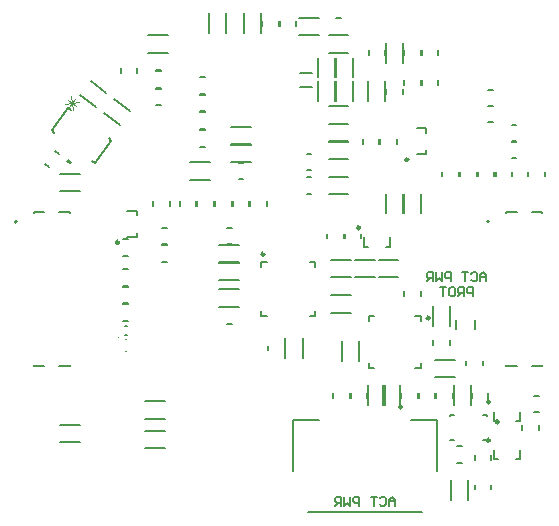
<source format=gbo>
G04*
G04 #@! TF.GenerationSoftware,Altium Limited,Altium Designer,24.4.1 (13)*
G04*
G04 Layer_Color=32896*
%FSLAX44Y44*%
%MOMM*%
G71*
G04*
G04 #@! TF.SameCoordinates,55532D4A-085B-46E5-86D8-018E79720E20*
G04*
G04*
G04 #@! TF.FilePolarity,Positive*
G04*
G01*
G75*
%ADD10C,0.1000*%
%ADD11C,0.2500*%
%ADD12C,0.2000*%
%ADD14C,0.1500*%
%ADD117C,0.1524*%
%ADD118C,0.0762*%
G36*
X-186285Y109880D02*
X-187813Y107851D01*
X-184771Y105558D01*
X-183242Y107587D01*
X-186285Y109880D01*
D02*
G37*
D10*
X-144000Y-41000D02*
G03*
X-144000Y-41000I-500J0D01*
G01*
D11*
X-20250Y29500D02*
G03*
X-20250Y29500I-1250J0D01*
G01*
X119750Y-24500D02*
G03*
X119750Y-24500I-1250J0D01*
G01*
X-143250Y39500D02*
G03*
X-143250Y39500I-1250J0D01*
G01*
X96250Y-99750D02*
G03*
X96250Y-99750I-1250J0D01*
G01*
X101750Y109500D02*
G03*
X101750Y109500I-1250J0D01*
G01*
X170750Y-128000D02*
G03*
X170750Y-128000I-1250J0D01*
G01*
X60750Y52000D02*
G03*
X60750Y52000I-1250J0D01*
G01*
X170750Y-95500D02*
G03*
X170750Y-95500I-1250J0D01*
G01*
X178250Y-112500D02*
G03*
X178250Y-112500I-1250J0D01*
G01*
D12*
X170250Y57150D02*
G03*
X170250Y57150I-1000J0D01*
G01*
X-229750D02*
G03*
X-229750Y57150I-1000J0D01*
G01*
X-8000Y223000D02*
Y227000D01*
X-22000Y223000D02*
Y227000D01*
X7000Y223000D02*
Y227000D01*
X-7000Y223000D02*
Y227000D01*
X-137750Y-52500D02*
X-137250D01*
X-137750Y-42500D02*
X-137250D01*
X23000Y18250D02*
Y23000D01*
X18250D02*
X23000D01*
Y-23000D02*
Y-18250D01*
X18250Y-23000D02*
X23000D01*
X-23000D02*
X-18250D01*
X-23000D02*
Y-18250D01*
Y18250D02*
Y23000D01*
X-18250D01*
X107750Y-67000D02*
X112000D01*
Y-62750D01*
X68000Y-67000D02*
X72250D01*
X68000D02*
Y-62750D01*
Y-27250D02*
Y-23000D01*
X72250D01*
X107750D02*
X112000D01*
Y-27250D02*
Y-23000D01*
X-128000Y183000D02*
Y187000D01*
X-142000Y183000D02*
Y187000D01*
X68000Y198000D02*
Y202000D01*
X82000Y198000D02*
Y202000D01*
X83000Y165500D02*
Y169500D01*
X97000Y165500D02*
Y169500D01*
X-74500Y165500D02*
X-70500D01*
X-74500Y179500D02*
X-70500D01*
X-74500Y150500D02*
X-70500D01*
X-74500Y164500D02*
X-70500D01*
X-112000Y184500D02*
X-108000D01*
X-112000Y170500D02*
X-108000D01*
X127000Y198000D02*
Y202000D01*
X113000Y198000D02*
Y202000D01*
Y173000D02*
Y177000D01*
X127000Y173000D02*
Y177000D01*
X159500Y95500D02*
Y99500D01*
X145500Y95500D02*
Y99500D01*
X130500Y95500D02*
Y99500D01*
X144500Y95500D02*
Y99500D01*
X112000Y-6000D02*
Y-2000D01*
X98000Y-6000D02*
Y-2000D01*
X-139500Y28000D02*
X-135500D01*
X-139500Y42000D02*
X-135500D01*
X-138240Y-31000D02*
X-136760D01*
X-138240Y-38998D02*
X-136760D01*
X-139500Y2000D02*
X-135500D01*
X-139500Y-12000D02*
X-135500D01*
X-139500Y3000D02*
X-135500D01*
X-139500Y17000D02*
X-135500D01*
X-128250Y62500D02*
Y66000D01*
X-136250D02*
X-128250D01*
Y44000D02*
Y47500D01*
X-136250Y44000D02*
X-128250D01*
X158255Y-33870D02*
Y-26130D01*
X141745Y-33870D02*
Y-26130D01*
X12362Y-58362D02*
Y-41638D01*
X-2362Y-58362D02*
Y-41638D01*
X-193148Y-114923D02*
X-176423D01*
X-193148Y-129648D02*
X-176423D01*
X4250Y-154250D02*
Y-111000D01*
X104250D02*
X125750D01*
X4250D02*
X25750D01*
X125750Y-154250D02*
Y-111000D01*
X16550Y-189000D02*
X113450D01*
X78000Y123000D02*
Y127000D01*
X92000Y123000D02*
Y127000D01*
X77000Y123000D02*
Y127000D01*
X63000Y123000D02*
Y127000D01*
X108750Y114000D02*
X116750D01*
Y117500D01*
X108750Y136000D02*
X116750D01*
Y132500D02*
Y136000D01*
X40500Y215500D02*
X44500D01*
X40500Y229500D02*
X44500D01*
X-3000Y-52000D02*
Y-48000D01*
X-17000Y-52000D02*
Y-48000D01*
X-63000Y70500D02*
Y74500D01*
X-77000Y70500D02*
Y74500D01*
X-78000Y70500D02*
Y74500D01*
X-92000Y70500D02*
Y74500D01*
X-100500Y70500D02*
Y74500D01*
X-114500Y70500D02*
Y74500D01*
X82638Y64138D02*
Y80862D01*
X97362Y64138D02*
Y80862D01*
X97638Y64138D02*
Y80862D01*
X112362Y64138D02*
Y80862D01*
X-139500Y-13000D02*
X-135500D01*
X-139500Y-27000D02*
X-135500D01*
X-120862Y-134862D02*
X-104138D01*
X-120862Y-120138D02*
X-104138D01*
X-120862Y-109862D02*
X-104138D01*
X-120862Y-95138D02*
X-104138D01*
X-74500Y120500D02*
X-70500D01*
X-74500Y134500D02*
X-70500D01*
X-74500Y135500D02*
X-70500D01*
X-74500Y149500D02*
X-70500D01*
X-47000Y70500D02*
Y74500D01*
X-33000Y70500D02*
Y74500D01*
X-62000Y70500D02*
Y74500D01*
X-48000Y70500D02*
Y74500D01*
X-42000Y107000D02*
X-38000D01*
X-42000Y93000D02*
X-38000D01*
X-32000Y70500D02*
Y74500D01*
X-18000Y70500D02*
Y74500D01*
X15500Y80500D02*
X19500D01*
X15500Y94500D02*
X19500D01*
X15500Y100500D02*
X19500D01*
X15500Y114500D02*
X19500D01*
X123000Y-47000D02*
Y-43000D01*
X137000Y-47000D02*
Y-43000D01*
X137362Y-30862D02*
Y-14138D01*
X122638Y-30862D02*
Y-14138D01*
X95500Y-92000D02*
Y-88000D01*
X109500Y-92000D02*
Y-88000D01*
X174500Y95500D02*
Y99500D01*
X160500Y95500D02*
Y99500D01*
X164500Y-64500D02*
Y-60500D01*
X150500Y-64500D02*
Y-60500D01*
X192500Y-144250D02*
X196000D01*
Y-136250D01*
X174000Y-144250D02*
X177500D01*
X174000D02*
Y-136250D01*
X152362Y-178362D02*
Y-161638D01*
X137638Y-178362D02*
Y-161638D01*
X212000Y-119500D02*
Y-115500D01*
X198000Y-119500D02*
Y-115500D01*
X155500Y-92000D02*
Y-88000D01*
X169500Y-92000D02*
Y-88000D01*
X158000Y-144500D02*
Y-140500D01*
X172000Y-144500D02*
Y-140500D01*
X208000Y-104500D02*
X212000D01*
X208000Y-90500D02*
X212000D01*
X158000Y-169500D02*
Y-165500D01*
X172000Y-169500D02*
Y-165500D01*
X140138Y-98362D02*
Y-81638D01*
X154862Y-98362D02*
Y-81638D01*
X143000Y-147000D02*
X147000D01*
X143000Y-133000D02*
X147000D01*
X125500Y-92000D02*
Y-88000D01*
X139500Y-92000D02*
Y-88000D01*
X82362Y-98362D02*
Y-81638D01*
X67638Y-98362D02*
Y-81638D01*
X67000Y-92000D02*
Y-88000D01*
X53000Y-92000D02*
Y-88000D01*
X124138Y-60138D02*
X140862D01*
X124138Y-74862D02*
X140862D01*
X124500Y-92000D02*
Y-88000D01*
X110500Y-92000D02*
Y-88000D01*
X94862Y-98362D02*
Y-81638D01*
X80138Y-98362D02*
Y-81638D01*
X52000Y-92000D02*
Y-88000D01*
X38000Y-92000D02*
Y-88000D01*
X59862Y-60862D02*
Y-44138D01*
X45138Y-60862D02*
Y-44138D01*
X47000Y43000D02*
Y47000D01*
X33000Y43000D02*
Y47000D01*
X48000Y43000D02*
Y47000D01*
X62000Y43000D02*
Y47000D01*
X56638Y10138D02*
X73362D01*
X56638Y24862D02*
X73362D01*
X76638D02*
X93362D01*
X76638Y10138D02*
X93362D01*
X34138Y94862D02*
X50862D01*
X34138Y80138D02*
X50862D01*
X-197385Y116794D02*
X-194190Y114387D01*
X-205810Y105613D02*
X-202615Y103206D01*
X-112000Y169500D02*
X-108000D01*
X-112000Y155500D02*
X-108000D01*
X-112000Y199500D02*
X-108000D01*
X-112000Y185500D02*
X-108000D01*
X189250Y124750D02*
X193250D01*
X189250Y138750D02*
X193250D01*
X189250Y111250D02*
X193250D01*
X189250Y125250D02*
X193250D01*
X169250Y154750D02*
X173250D01*
X169250Y168750D02*
X173250D01*
X169250Y141250D02*
X173250D01*
X169250Y155250D02*
X173250D01*
X98000Y198000D02*
Y202000D01*
X112000Y198000D02*
Y202000D01*
X40138Y159138D02*
Y175862D01*
X54862Y159138D02*
Y175862D01*
X34138Y124862D02*
X50862D01*
X34138Y110138D02*
X50862D01*
X-48362Y107638D02*
X-31638D01*
X-48362Y122362D02*
X-31638D01*
X-37638Y216638D02*
Y233362D01*
X-52362Y216638D02*
Y233362D01*
X54862Y179138D02*
Y195862D01*
X40138Y179138D02*
Y195862D01*
X-83362Y107362D02*
X-66638D01*
X-83362Y92638D02*
X-66638D01*
X-52638Y216638D02*
Y233362D01*
X-67362Y216638D02*
Y233362D01*
X34138Y214862D02*
X50862D01*
X34138Y200138D02*
X50862D01*
X34138Y139862D02*
X50862D01*
X34138Y125138D02*
X50862D01*
X34138Y154862D02*
X50862D01*
X34138Y140138D02*
X50862D01*
X-48362Y122638D02*
X-31638D01*
X-48362Y137362D02*
X-31638D01*
X-22638Y216638D02*
Y233362D01*
X-37362Y216638D02*
Y233362D01*
X82362Y159138D02*
Y175862D01*
X67638Y159138D02*
Y175862D01*
X-118362Y200138D02*
X-101638D01*
X-118362Y214862D02*
X-101638D01*
X82638Y191638D02*
Y208362D01*
X97362Y191638D02*
Y208362D01*
X-193362Y97362D02*
X-176638D01*
X-193362Y82638D02*
X-176638D01*
X-156109Y149153D02*
X-142752Y139088D01*
X-147248Y160912D02*
X-133891Y150847D01*
X-167248Y175912D02*
X-153891Y165847D01*
X-176109Y164153D02*
X-162752Y154088D01*
X9138Y229862D02*
X25862D01*
X9138Y215138D02*
X25862D01*
X25138Y159138D02*
Y175862D01*
X39862Y159138D02*
Y175862D01*
X34138Y109862D02*
X50862D01*
X34138Y95138D02*
X50862D01*
X39862Y179138D02*
Y195862D01*
X25138Y179138D02*
Y195862D01*
X203000Y95500D02*
Y99500D01*
X217000Y95500D02*
Y99500D01*
X175500Y95500D02*
Y99500D01*
X189500Y95500D02*
Y99500D01*
X98000Y173000D02*
Y177000D01*
X112000Y173000D02*
Y177000D01*
X-107000Y38000D02*
X-103000D01*
X-107000Y52000D02*
X-103000D01*
X-52000D02*
X-48000D01*
X-52000Y38000D02*
X-48000D01*
X-58362Y37362D02*
X-41638D01*
X-58362Y22638D02*
X-41638D01*
X-58362Y22362D02*
X-41638D01*
X-58362Y7638D02*
X-41638D01*
X-107000Y37000D02*
X-103000D01*
X-107000Y23000D02*
X-103000D01*
X-52000Y-15500D02*
X-48000D01*
X-52000Y-29500D02*
X-48000D01*
X36638Y24862D02*
X53362D01*
X36638Y10138D02*
X53362D01*
X36638Y9862D02*
X53362D01*
X36638Y-4862D02*
X53362D01*
X36638Y-5138D02*
X53362D01*
X36638Y-19862D02*
X53362D01*
X-58362Y-14862D02*
X-41638D01*
X-58362Y-138D02*
X-41638D01*
X64000Y35750D02*
Y43750D01*
Y35750D02*
X67500D01*
X86000D02*
Y43750D01*
X82500Y35750D02*
X86000D01*
X174000Y-111750D02*
Y-103750D01*
Y-111750D02*
X177500D01*
X196000D02*
Y-103750D01*
X192500Y-111750D02*
X196000D01*
X164500Y-107000D02*
X168000D01*
X137000D02*
X140500D01*
X137000Y-128000D02*
Y-127500D01*
Y-107500D02*
Y-107000D01*
X164500Y-128000D02*
X168000D01*
X137000D02*
X140500D01*
X168000D02*
Y-127500D01*
Y-107500D02*
Y-107000D01*
X9750Y170750D02*
X20250D01*
X9750Y183250D02*
X20250D01*
X215250Y-65400D02*
Y-64350D01*
Y64350D02*
Y65400D01*
X184750Y-65400D02*
Y-64350D01*
Y64350D02*
Y65400D01*
X193650D01*
X184750Y-65400D02*
X193650D01*
X206350Y65400D02*
X215250D01*
X206350Y-65400D02*
X215250D01*
X-184750D02*
Y-64350D01*
Y64350D02*
Y65400D01*
X-215250Y-65400D02*
Y-64350D01*
Y64350D02*
Y65400D01*
X-206350D01*
X-215250Y-65400D02*
X-206350D01*
X-193650Y65400D02*
X-184750D01*
X-193650Y-65400D02*
X-184750D01*
D14*
X167492Y6597D02*
Y11595D01*
X164993Y14095D01*
X162494Y11595D01*
Y6597D01*
Y10346D01*
X167492D01*
X154996Y12845D02*
X156246Y14095D01*
X158745D01*
X159994Y12845D01*
Y7847D01*
X158745Y6597D01*
X156246D01*
X154996Y7847D01*
X152497Y14095D02*
X147498D01*
X149998D01*
Y6597D01*
X137502D02*
Y14095D01*
X133753D01*
X132503Y12845D01*
Y10346D01*
X133753Y9096D01*
X137502D01*
X130004Y14095D02*
Y6597D01*
X127505Y9096D01*
X125006Y6597D01*
Y14095D01*
X122506Y6597D02*
Y14095D01*
X118758D01*
X117508Y12845D01*
Y10346D01*
X118758Y9096D01*
X122506D01*
X120007D02*
X117508Y6597D01*
X156246Y-6000D02*
Y1498D01*
X152497D01*
X151247Y248D01*
Y-2251D01*
X152497Y-3501D01*
X156246D01*
X148748Y-6000D02*
Y1498D01*
X144999D01*
X143750Y248D01*
Y-2251D01*
X144999Y-3501D01*
X148748D01*
X146249D02*
X143750Y-6000D01*
X137502Y1498D02*
X140001D01*
X141250Y248D01*
Y-4750D01*
X140001Y-6000D01*
X137502D01*
X136252Y-4750D01*
Y248D01*
X137502Y1498D01*
X133753D02*
X128754D01*
X131254D01*
Y-6000D01*
X89992Y-183500D02*
Y-178502D01*
X87493Y-176002D01*
X84994Y-178502D01*
Y-183500D01*
Y-179751D01*
X89992D01*
X77496Y-177252D02*
X78746Y-176002D01*
X81245D01*
X82494Y-177252D01*
Y-182250D01*
X81245Y-183500D01*
X78746D01*
X77496Y-182250D01*
X74997Y-176002D02*
X69998D01*
X72498D01*
Y-183500D01*
X60002D02*
Y-176002D01*
X56253D01*
X55003Y-177252D01*
Y-179751D01*
X56253Y-181001D01*
X60002D01*
X52504Y-176002D02*
Y-183500D01*
X50005Y-181001D01*
X47506Y-183500D01*
Y-176002D01*
X45006Y-183500D02*
Y-176002D01*
X41258D01*
X40008Y-177252D01*
Y-179751D01*
X41258Y-181001D01*
X45006D01*
X42507D02*
X40008Y-183500D01*
D117*
X-200263Y134248D02*
X-197965Y132516D01*
X-163953Y106886D02*
X-149737Y125752D01*
X-166251Y108618D02*
X-163953Y106886D01*
X-200263Y134248D02*
X-186047Y153114D01*
X-183749Y151382D01*
X-152035Y127484D02*
X-149737Y125752D01*
D118*
X-184126Y163354D02*
X-182460Y151501D01*
X-177367Y158260D02*
X-189220Y156595D01*
X-180747Y160807D02*
X-185840Y154048D01*
X-179914Y154881D02*
X-186673Y159974D01*
M02*

</source>
